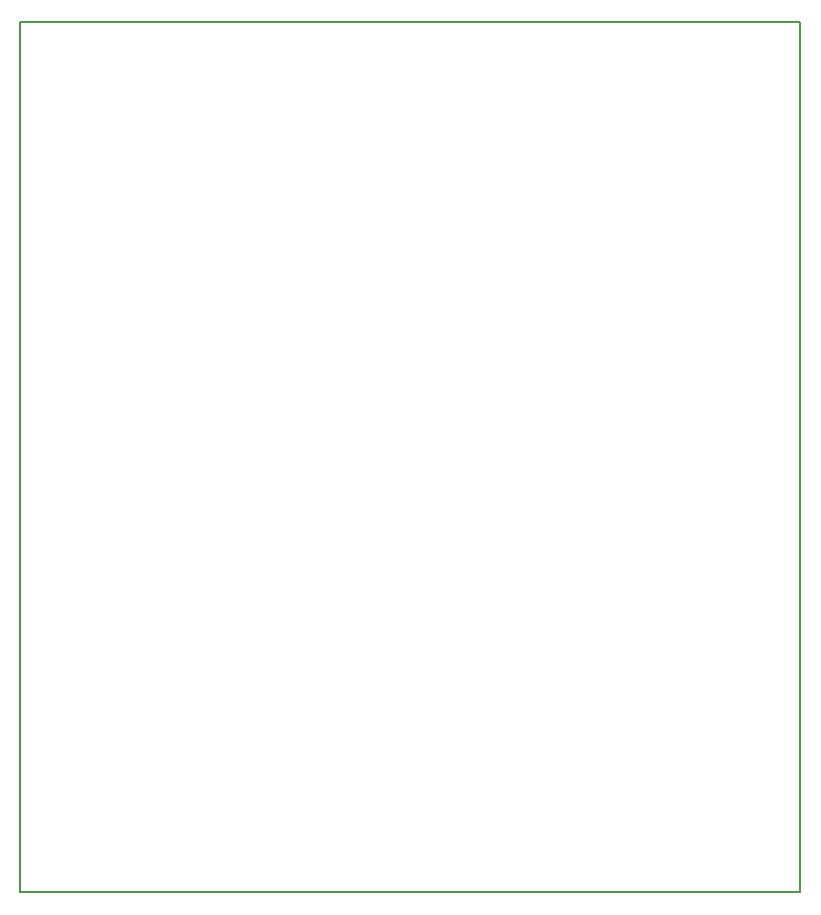
<source format=gbr>
G04 #@! TF.FileFunction,Profile,NP*
%FSLAX46Y46*%
G04 Gerber Fmt 4.6, Leading zero omitted, Abs format (unit mm)*
G04 Created by KiCad (PCBNEW (2015-12-07 BZR 6352)-product) date Sat 20 Feb 2016 08:53:46 AM EST*
%MOMM*%
G01*
G04 APERTURE LIST*
%ADD10C,0.100000*%
%ADD11C,0.150000*%
G04 APERTURE END LIST*
D10*
D11*
X0Y71120000D02*
X0Y73660000D01*
X66040000Y71120000D02*
X66040000Y73660000D01*
X66040000Y0D02*
X0Y0D01*
X66040000Y71120000D02*
X66040000Y0D01*
X0Y73660000D02*
X66040000Y73660000D01*
X0Y0D02*
X0Y71120000D01*
M02*

</source>
